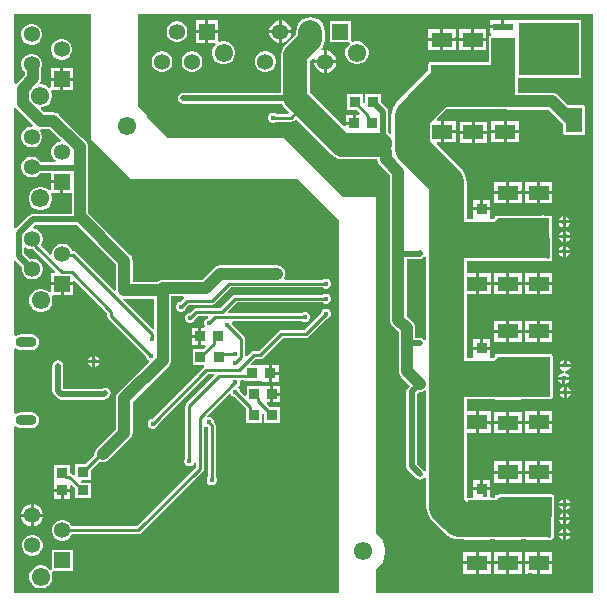
<source format=gbr>
%TF.GenerationSoftware,Altium Limited,Altium Designer,22.9.1 (49)*%
G04 Layer_Physical_Order=4*
G04 Layer_Color=16711680*
%FSLAX45Y45*%
%MOMM*%
%TF.SameCoordinates,29712687-7F25-45B9-B314-6CDD0CF2420B*%
%TF.FilePolarity,Positive*%
%TF.FileFunction,Copper,L4,Bot,Signal*%
%TF.Part,Single*%
G01*
G75*
%TA.AperFunction,Conductor*%
%ADD10C,0.25400*%
%TA.AperFunction,SMDPad,CuDef*%
%ADD11R,1.80000X1.30000*%
%ADD12R,0.95000X0.95000*%
%ADD14R,0.90000X0.90000*%
%ADD20R,0.95000X0.95000*%
%ADD23R,1.75000X0.60000*%
%ADD30R,0.90000X0.90000*%
%TA.AperFunction,Conductor*%
%ADD37C,0.50000*%
%ADD38C,1.00000*%
%TA.AperFunction,ComponentPad*%
%ADD40O,1.80000X0.90000*%
%ADD41R,1.35800X1.35800*%
%ADD42C,1.35800*%
%ADD43C,1.55000*%
%ADD44R,1.35800X1.35800*%
%TA.AperFunction,WasherPad*%
%ADD45C,1.55000*%
%TA.AperFunction,ViaPad*%
%ADD46C,0.45000*%
%TA.AperFunction,SMDPad,CuDef*%
%ADD47R,5.10000X4.50000*%
%TA.AperFunction,Conductor*%
%ADD48C,2.00000*%
%ADD49C,3.00000*%
%ADD50R,1.45000X2.15000*%
%ADD51R,2.00000X3.10000*%
%ADD52R,7.23302X3.60000*%
G36*
X4472576Y8144979D02*
X4607378Y8010177D01*
X4601165Y7995177D01*
X4584429D01*
X4562073Y7989186D01*
X4542029Y7977614D01*
X4525664Y7961249D01*
X4514091Y7941205D01*
X4508101Y7918849D01*
Y7895705D01*
X4514091Y7873349D01*
X4525664Y7853305D01*
X4542029Y7836939D01*
X4562073Y7825367D01*
X4584429Y7819377D01*
X4607573D01*
X4629929Y7825367D01*
X4649973Y7836939D01*
X4666338Y7853305D01*
X4677911Y7873349D01*
X4683901Y7895705D01*
Y7918849D01*
X4677911Y7941205D01*
X4666982Y7960134D01*
X4669724Y7968683D01*
X4674227Y7974573D01*
X4750875D01*
X4843947Y7881500D01*
X4843537Y7880510D01*
X4836559Y7867676D01*
X4816073Y7862186D01*
X4796029Y7850614D01*
X4779664Y7834249D01*
X4768091Y7814205D01*
X4762101Y7791849D01*
Y7768705D01*
X4768091Y7746349D01*
X4779664Y7726305D01*
X4796029Y7709939D01*
X4799111Y7708160D01*
X4795092Y7693160D01*
X4674472D01*
X4666338Y7707249D01*
X4649973Y7723614D01*
X4629929Y7735186D01*
X4607573Y7741177D01*
X4584429D01*
X4562073Y7735186D01*
X4542029Y7723614D01*
X4525664Y7707249D01*
X4514091Y7687205D01*
X4508101Y7664849D01*
Y7641705D01*
X4514091Y7619349D01*
X4525664Y7599305D01*
X4542029Y7582939D01*
X4562073Y7571367D01*
X4584429Y7565377D01*
X4607573D01*
X4629929Y7571367D01*
X4649973Y7582939D01*
X4666338Y7599305D01*
X4667546Y7601397D01*
X4756701D01*
Y7538977D01*
X4850001D01*
Y7526277D01*
X4862701D01*
Y7432977D01*
X4934048D01*
Y7254938D01*
X4605841D01*
X4588283Y7251445D01*
X4573398Y7241500D01*
X4465000Y7133102D01*
X4450000Y7139315D01*
Y8149760D01*
X4465000Y8154852D01*
X4472576Y8144979D01*
D02*
G37*
G36*
X5100000Y7889999D02*
X5439999Y7550000D01*
X6850000D01*
X7200000Y7200000D01*
Y4050000D01*
X4450000D01*
Y5451366D01*
X4465000Y5458763D01*
X4472220Y5453223D01*
X4488032Y5446673D01*
X4505000Y5444439D01*
X4595000D01*
X4611968Y5446673D01*
X4627780Y5453223D01*
X4641358Y5463642D01*
X4651777Y5477219D01*
X4658327Y5493031D01*
X4660561Y5510000D01*
X4658327Y5526968D01*
X4651777Y5542780D01*
X4641358Y5556358D01*
X4627780Y5566777D01*
X4611968Y5573327D01*
X4595000Y5575561D01*
X4505000D01*
X4488032Y5573327D01*
X4472220Y5566777D01*
X4465000Y5561237D01*
X4450000Y5568634D01*
Y6111366D01*
X4465000Y6118763D01*
X4472220Y6113223D01*
X4488032Y6106673D01*
X4505000Y6104439D01*
X4595000D01*
X4611968Y6106673D01*
X4627780Y6113223D01*
X4641358Y6123642D01*
X4651777Y6137220D01*
X4658327Y6153032D01*
X4660561Y6170000D01*
X4658327Y6186969D01*
X4651777Y6202781D01*
X4641358Y6216358D01*
X4627780Y6226777D01*
X4611968Y6233327D01*
X4595000Y6235561D01*
X4505000D01*
X4488032Y6233327D01*
X4472220Y6226777D01*
X4465000Y6221237D01*
X4450000Y6228634D01*
Y6853451D01*
X4465000Y6859664D01*
X4514521Y6810144D01*
X4512104Y6801124D01*
Y6777979D01*
X4518094Y6755624D01*
X4529667Y6735580D01*
X4546032Y6719214D01*
X4566076Y6707642D01*
X4588432Y6701652D01*
X4611576D01*
X4633932Y6707642D01*
X4653976Y6719214D01*
X4670341Y6735580D01*
X4681914Y6755624D01*
X4687904Y6777979D01*
Y6801124D01*
X4681914Y6823480D01*
X4670341Y6843524D01*
X4653976Y6859889D01*
X4633932Y6871461D01*
X4611576Y6877452D01*
X4588432D01*
X4579404Y6875033D01*
X4532982Y6921456D01*
Y6967457D01*
X4547982Y6972089D01*
X4566076Y6961642D01*
X4588432Y6955652D01*
X4610553D01*
X4610817Y6955258D01*
X4796365Y6769710D01*
X4790624Y6755852D01*
X4760704D01*
Y6675252D01*
X4854004D01*
X4947304D01*
Y6684547D01*
X4961162Y6690288D01*
X5236680Y6414769D01*
Y6389979D01*
X5239218Y6377220D01*
X5246446Y6366404D01*
X5565844Y6047006D01*
Y6043203D01*
X5572314Y6027582D01*
X5584270Y6015627D01*
X5585240Y6015225D01*
X5588166Y6000513D01*
X5330485Y5742833D01*
X5319265Y5728210D01*
X5312212Y5711182D01*
X5309806Y5692908D01*
Y5433713D01*
X5147507Y5271415D01*
X5136287Y5256792D01*
X5129234Y5239764D01*
X5126828Y5221490D01*
X5127570Y5215851D01*
X5048205Y5136486D01*
X4960356D01*
Y5048239D01*
X4946498Y5042498D01*
X4933731Y5055265D01*
X4922914Y5062493D01*
X4917427Y5063584D01*
Y5128990D01*
X4787427D01*
Y4998991D01*
X4787427D01*
X4786455Y4984393D01*
X4782027D01*
Y4926693D01*
X4922827D01*
Y4952270D01*
X4936685Y4958010D01*
X4960356Y4934339D01*
Y4846490D01*
X5095356D01*
Y4981490D01*
X5014829D01*
X5011091Y4986486D01*
X5018601Y5001486D01*
X5095356D01*
Y5089335D01*
X5165125Y5159105D01*
X5179158Y5153292D01*
X5197432Y5150886D01*
X5215705Y5153292D01*
X5232734Y5160346D01*
X5247356Y5171566D01*
X5430334Y5354544D01*
X5441555Y5369166D01*
X5448608Y5386195D01*
X5451014Y5404468D01*
Y5663663D01*
X5754924Y5967574D01*
X5766145Y5982196D01*
X5773198Y5999225D01*
X5775604Y6017498D01*
Y6556896D01*
X5879362D01*
X5883652Y6548804D01*
X5884746Y6541896D01*
X5855349Y6512500D01*
X5851546D01*
X5835926Y6506030D01*
X5823970Y6494074D01*
X5817500Y6478454D01*
Y6461546D01*
X5823970Y6445926D01*
X5835926Y6433970D01*
X5851546Y6427500D01*
X5868454D01*
X5884074Y6433970D01*
X5896030Y6445926D01*
X5902500Y6461546D01*
Y6465349D01*
X5923810Y6486659D01*
X6120000D01*
X6132759Y6489197D01*
X6143575Y6496425D01*
X6279810Y6632659D01*
X7060737D01*
X7063426Y6629970D01*
X7079047Y6623500D01*
X7095954D01*
X7111574Y6629970D01*
X7123530Y6641926D01*
X7130000Y6657546D01*
Y6674454D01*
X7123530Y6690074D01*
X7111574Y6702030D01*
X7095954Y6708500D01*
X7079047D01*
X7063426Y6702030D01*
X7060737Y6699340D01*
X6738268D01*
X6730870Y6714340D01*
X6731145Y6714698D01*
X6738198Y6731726D01*
X6740604Y6750000D01*
X6738198Y6768273D01*
X6731145Y6785302D01*
X6719925Y6799924D01*
X6705302Y6811145D01*
X6688274Y6818198D01*
X6670000Y6820604D01*
X6190000D01*
X6171727Y6818198D01*
X6154698Y6811145D01*
X6140076Y6799924D01*
X6130076Y6789924D01*
X6127390Y6786425D01*
X6039069Y6698104D01*
X5705000D01*
X5686726Y6695698D01*
X5669698Y6688645D01*
X5659219Y6680604D01*
X5450604D01*
Y6860000D01*
X5448198Y6878274D01*
X5441145Y6895302D01*
X5429924Y6909925D01*
X5075256Y7264594D01*
Y7646252D01*
X5075391Y7647278D01*
Y7820510D01*
X5072985Y7838784D01*
X5065931Y7855812D01*
X5054711Y7870435D01*
X5025421Y7899724D01*
X4830044Y8095101D01*
X4815422Y8106322D01*
X4798393Y8113375D01*
X4780120Y8115781D01*
X4701472D01*
X4672609Y8144644D01*
X4678349Y8158502D01*
X4682837D01*
X4707634Y8165147D01*
X4729867Y8177983D01*
X4748020Y8196136D01*
X4760856Y8218368D01*
X4767500Y8243166D01*
Y8268838D01*
X4762446Y8287702D01*
X4770098Y8300569D01*
X4772942Y8302702D01*
X4837300D01*
Y8383302D01*
X4756700D01*
Y8328401D01*
X4741700Y8322188D01*
X4729867Y8334021D01*
X4707634Y8346857D01*
X4682837Y8353502D01*
X4675547D01*
X4668913Y8366955D01*
X4669268Y8367418D01*
X4676321Y8384446D01*
X4678727Y8402720D01*
Y8485563D01*
X4678148Y8489962D01*
X4683900Y8511430D01*
Y8534574D01*
X4677910Y8556930D01*
X4666338Y8576974D01*
X4649972Y8593339D01*
X4629929Y8604912D01*
X4607573Y8610902D01*
X4584428D01*
X4562072Y8604912D01*
X4542029Y8593339D01*
X4525663Y8576974D01*
X4514091Y8556930D01*
X4508100Y8534574D01*
Y8511430D01*
X4514091Y8489074D01*
X4525663Y8469030D01*
X4537519Y8457174D01*
Y8431965D01*
X4472576Y8367021D01*
X4465000Y8357148D01*
X4450000Y8362240D01*
Y8950000D01*
X5100000D01*
Y7889999D01*
D02*
G37*
G36*
X5309396Y6830755D02*
Y6610000D01*
X5309488Y6609302D01*
X5295281Y6602296D01*
X4967068Y6930509D01*
X4956251Y6937736D01*
X4943493Y6940274D01*
X4938648D01*
X4935914Y6950480D01*
X4924341Y6970524D01*
X4907976Y6986889D01*
X4887932Y6998461D01*
X4865576Y7004452D01*
X4842432D01*
X4820076Y6998461D01*
X4800032Y6986889D01*
X4783667Y6970524D01*
X4772094Y6950480D01*
X4766104Y6928124D01*
Y6915485D01*
X4751104Y6909271D01*
X4670508Y6989868D01*
X4681914Y7009624D01*
X4687904Y7031979D01*
Y7055124D01*
X4681914Y7077480D01*
X4670341Y7097524D01*
X4653976Y7113889D01*
X4633932Y7125461D01*
X4613753Y7130868D01*
X4606422Y7144751D01*
X4624846Y7163175D01*
X4976976D01*
X5309396Y6830755D01*
D02*
G37*
G36*
X5380000Y6539396D02*
X5634396D01*
Y6282779D01*
X5620538Y6277038D01*
X5372296Y6525281D01*
X5379302Y6539488D01*
X5380000Y6539396D01*
D02*
G37*
G36*
X9350000Y4050000D02*
X7510000D01*
Y4244989D01*
X7521118Y4252418D01*
X7547582Y4278882D01*
X7568376Y4310002D01*
X7582698Y4344579D01*
X7590000Y4381287D01*
Y4418714D01*
X7582698Y4455421D01*
X7568376Y4489999D01*
X7547582Y4521118D01*
X7521118Y4547582D01*
X7510000Y4555011D01*
Y7400000D01*
X7230000D01*
X6730000Y7900000D01*
X5750000D01*
X5574297Y8075703D01*
X5568376Y8089999D01*
X5547583Y8121118D01*
X5521118Y8147582D01*
X5500000Y8161693D01*
Y8950000D01*
X9350000D01*
Y4050000D01*
D02*
G37*
%LPC*%
G36*
X4837301Y7513577D02*
X4756701D01*
Y7458676D01*
X4741701Y7452463D01*
X4729867Y7464296D01*
X4707635Y7477132D01*
X4682837Y7483777D01*
X4657165D01*
X4632367Y7477132D01*
X4610135Y7464296D01*
X4591982Y7446143D01*
X4579146Y7423910D01*
X4572501Y7399113D01*
Y7373441D01*
X4579146Y7348643D01*
X4591982Y7326411D01*
X4610135Y7308257D01*
X4632367Y7295422D01*
X4657165Y7288777D01*
X4682837D01*
X4707635Y7295422D01*
X4729867Y7308257D01*
X4748020Y7326411D01*
X4760856Y7348643D01*
X4767501Y7373441D01*
Y7399113D01*
X4762446Y7417977D01*
X4770099Y7430843D01*
X4772942Y7432977D01*
X4837301D01*
Y7513577D01*
D02*
G37*
G36*
X4607573Y8864902D02*
X4584428D01*
X4562072Y8858912D01*
X4542029Y8847339D01*
X4525663Y8830974D01*
X4514091Y8810930D01*
X4508100Y8788574D01*
Y8765430D01*
X4514091Y8743074D01*
X4525663Y8723030D01*
X4542029Y8706665D01*
X4562072Y8695092D01*
X4584428Y8689102D01*
X4607573D01*
X4629929Y8695092D01*
X4649972Y8706665D01*
X4666338Y8723030D01*
X4677910Y8743074D01*
X4683900Y8765430D01*
Y8788574D01*
X4677910Y8810930D01*
X4666338Y8830974D01*
X4649972Y8847339D01*
X4629929Y8858912D01*
X4607573Y8864902D01*
D02*
G37*
G36*
X4861573Y8737902D02*
X4838428D01*
X4816072Y8731912D01*
X4796029Y8720339D01*
X4779663Y8703974D01*
X4768091Y8683930D01*
X4762100Y8661574D01*
Y8638430D01*
X4768091Y8616074D01*
X4779663Y8596030D01*
X4796029Y8579665D01*
X4816072Y8568092D01*
X4838428Y8562102D01*
X4861573D01*
X4883929Y8568092D01*
X4903972Y8579665D01*
X4920338Y8596030D01*
X4931910Y8616074D01*
X4937900Y8638430D01*
Y8661574D01*
X4931910Y8683930D01*
X4920338Y8703974D01*
X4903972Y8720339D01*
X4883929Y8731912D01*
X4861573Y8737902D01*
D02*
G37*
G36*
X4943301Y8489302D02*
X4862700D01*
Y8408702D01*
X4943301D01*
Y8489302D01*
D02*
G37*
G36*
X4837300D02*
X4756700D01*
Y8408702D01*
X4837300D01*
Y8489302D01*
D02*
G37*
G36*
X4943301Y8383302D02*
X4862700D01*
Y8302702D01*
X4943301D01*
Y8383302D01*
D02*
G37*
G36*
X4841304Y6649852D02*
X4760704D01*
Y6594951D01*
X4745704Y6588737D01*
X4733870Y6600571D01*
X4711638Y6613407D01*
X4686840Y6620052D01*
X4661168D01*
X4636370Y6613407D01*
X4614138Y6600571D01*
X4595985Y6582418D01*
X4583149Y6560185D01*
X4576504Y6535388D01*
Y6509715D01*
X4583149Y6484918D01*
X4595985Y6462685D01*
X4614138Y6444532D01*
X4636370Y6431696D01*
X4661168Y6425052D01*
X4686840D01*
X4711638Y6431696D01*
X4733870Y6444532D01*
X4752024Y6462685D01*
X4764859Y6484918D01*
X4771504Y6509715D01*
Y6535388D01*
X4766449Y6554251D01*
X4774102Y6567118D01*
X4776945Y6569252D01*
X4841304D01*
Y6649852D01*
D02*
G37*
G36*
X4947304D02*
X4866704D01*
Y6569252D01*
X4947304D01*
Y6649852D01*
D02*
G37*
G36*
X7095954Y6581500D02*
X7079047D01*
X7063426Y6575030D01*
X7060737Y6572340D01*
X6318999D01*
X6306240Y6569803D01*
X6295423Y6562575D01*
X6191589Y6458740D01*
X5990397D01*
X5977639Y6456202D01*
X5966822Y6448975D01*
X5932848Y6415001D01*
X5929045D01*
X5913424Y6408530D01*
X5901469Y6396575D01*
X5894999Y6380954D01*
Y6364047D01*
X5901469Y6348427D01*
X5913424Y6336471D01*
X5929045Y6330001D01*
X5945952D01*
X5961573Y6336471D01*
X5973528Y6348427D01*
X5979998Y6364047D01*
Y6367850D01*
X6004207Y6392059D01*
X6083613D01*
X6086273Y6389965D01*
X6092276Y6377059D01*
X6088440Y6371213D01*
X6075926Y6366030D01*
X6063970Y6354074D01*
X6057500Y6338454D01*
Y6321546D01*
X6063970Y6305926D01*
X6064496Y6305400D01*
X6058283Y6290400D01*
X6032703D01*
Y6220000D01*
Y6149600D01*
X6063279D01*
X6069019Y6135742D01*
X6045349Y6112071D01*
X5957499D01*
Y5977071D01*
X6051908D01*
X6056458Y5962071D01*
X6051825Y5958975D01*
X5615349Y5522500D01*
X5611546D01*
X5595926Y5516030D01*
X5583970Y5504074D01*
X5577500Y5488454D01*
Y5471546D01*
X5583970Y5455926D01*
X5595926Y5443970D01*
X5611546Y5437500D01*
X5628454D01*
X5644074Y5443970D01*
X5656030Y5455926D01*
X5662500Y5471546D01*
Y5475349D01*
X6089210Y5902059D01*
X6135311D01*
X6141051Y5888201D01*
X5905426Y5652576D01*
X5898198Y5641760D01*
X5895660Y5629001D01*
Y5185764D01*
X5893970Y5184074D01*
X5887500Y5168454D01*
Y5151546D01*
X5893970Y5135926D01*
X5905926Y5123970D01*
X5921546Y5117500D01*
X5938454D01*
X5954074Y5123970D01*
X5966030Y5135926D01*
X5972500Y5151546D01*
X5986659Y5149517D01*
Y5113810D01*
X5483190Y4610341D01*
X4936064D01*
X4935906Y4610928D01*
X4924334Y4630972D01*
X4907969Y4647337D01*
X4887925Y4658910D01*
X4865569Y4664900D01*
X4842424D01*
X4820069Y4658910D01*
X4800025Y4647337D01*
X4783659Y4630972D01*
X4772087Y4610928D01*
X4766097Y4588572D01*
Y4565428D01*
X4772087Y4543072D01*
X4783659Y4523028D01*
X4800025Y4506663D01*
X4820069Y4495090D01*
X4842424Y4489100D01*
X4865569D01*
X4887925Y4495090D01*
X4907969Y4506663D01*
X4924334Y4523028D01*
X4935906Y4543072D01*
X4936064Y4543659D01*
X5497000D01*
X5509759Y4546197D01*
X5520575Y4553425D01*
X6043575Y5076425D01*
X6050803Y5087241D01*
X6053340Y5100000D01*
Y5455375D01*
X6068340Y5461556D01*
X6075926Y5453970D01*
X6086659Y5449524D01*
Y5026766D01*
X6083970Y5024077D01*
X6077500Y5008456D01*
Y4991549D01*
X6083970Y4975928D01*
X6095926Y4963973D01*
X6111546Y4957503D01*
X6128454D01*
X6144074Y4963973D01*
X6156030Y4975928D01*
X6162500Y4991549D01*
Y5008456D01*
X6156030Y5024077D01*
X6153340Y5026766D01*
Y5465321D01*
X6150803Y5478080D01*
X6143575Y5488896D01*
X6142500Y5489971D01*
Y5498454D01*
X6136030Y5514074D01*
X6124074Y5526030D01*
X6108454Y5532500D01*
X6091546D01*
X6090381Y5532017D01*
X6081884Y5544733D01*
X6268305Y5731155D01*
X6283017Y5728228D01*
X6283970Y5725926D01*
X6295926Y5713970D01*
X6311546Y5707500D01*
X6315349D01*
X6407499Y5615350D01*
Y5485866D01*
X6542499D01*
Y5562635D01*
X6557499Y5570146D01*
X6562500Y5566403D01*
Y5485866D01*
X6697500D01*
Y5620866D01*
X6609650D01*
X6584775Y5645742D01*
X6590515Y5659600D01*
X6617300D01*
Y5730000D01*
Y5800400D01*
X6559600D01*
Y5795960D01*
X6544997Y5795000D01*
Y5795000D01*
X6414998D01*
Y5721751D01*
X6401140Y5716011D01*
X6362500Y5754651D01*
Y5758454D01*
X6356030Y5774074D01*
X6349903Y5780201D01*
X6345755Y5790000D01*
X6349903Y5799799D01*
X6356030Y5805926D01*
X6362500Y5821546D01*
Y5838454D01*
X6362113Y5839388D01*
X6370446Y5851860D01*
X6395003D01*
Y5837924D01*
X6529598D01*
X6530003Y5837924D01*
X6544599Y5836948D01*
Y5832524D01*
X6604799D01*
Y5905424D01*
Y5978324D01*
X6544599D01*
Y5973900D01*
X6530003Y5972924D01*
X6529598Y5972924D01*
X6455507D01*
X6449767Y5986782D01*
X6489644Y6026660D01*
X6530000D01*
X6542759Y6029197D01*
X6553575Y6036425D01*
X6723810Y6206659D01*
X6915500D01*
X6928259Y6209197D01*
X6939076Y6216425D01*
X7092151Y6369500D01*
X7095954D01*
X7111574Y6375970D01*
X7123530Y6387926D01*
X7130000Y6403546D01*
Y6420454D01*
X7123530Y6436074D01*
X7111574Y6448030D01*
X7095954Y6454500D01*
X7079047D01*
X7063426Y6448030D01*
X7051471Y6436074D01*
X7045000Y6420454D01*
Y6416651D01*
X6901690Y6273341D01*
X6710000D01*
X6697241Y6270803D01*
X6686425Y6263575D01*
X6516190Y6093341D01*
X6475834D01*
X6463075Y6090803D01*
X6452259Y6083575D01*
X6418340Y6049657D01*
X6403341Y6055870D01*
Y6197301D01*
X6400803Y6210060D01*
X6393575Y6220876D01*
X6292500Y6321952D01*
Y6325754D01*
X6290054Y6331659D01*
X6300077Y6346659D01*
X6883237D01*
X6885926Y6343970D01*
X6901546Y6337500D01*
X6918454D01*
X6934074Y6343970D01*
X6946030Y6355926D01*
X6952500Y6371546D01*
Y6388454D01*
X6946030Y6404074D01*
X6934074Y6416030D01*
X6918454Y6422500D01*
X6901546D01*
X6885926Y6416030D01*
X6883237Y6413340D01*
X6260088D01*
X6254348Y6427198D01*
X6332809Y6505659D01*
X7060737D01*
X7063426Y6502970D01*
X7079047Y6496500D01*
X7095954D01*
X7111574Y6502970D01*
X7123530Y6514926D01*
X7130000Y6530546D01*
Y6547454D01*
X7123530Y6563074D01*
X7111574Y6575030D01*
X7095954Y6581500D01*
D02*
G37*
G36*
X6007303Y6290400D02*
X5949603D01*
Y6232700D01*
X6007303D01*
Y6290400D01*
D02*
G37*
G36*
Y6207300D02*
X5949603D01*
Y6149600D01*
X6007303D01*
Y6207300D01*
D02*
G37*
G36*
X5135621Y6054084D02*
Y6020199D01*
X5169507D01*
X5163529Y6034632D01*
X5150054Y6048106D01*
X5135621Y6054084D01*
D02*
G37*
G36*
X5110221D02*
X5095788Y6048106D01*
X5082314Y6034632D01*
X5076335Y6020199D01*
X5110221D01*
Y6054084D01*
D02*
G37*
G36*
X5169507Y5994799D02*
X5135621D01*
Y5960913D01*
X5150054Y5966891D01*
X5163529Y5980365D01*
X5169507Y5994799D01*
D02*
G37*
G36*
X5110221D02*
X5076335D01*
X5082314Y5980365D01*
X5095788Y5966891D01*
X5110221Y5960913D01*
Y5994799D01*
D02*
G37*
G36*
X6690399Y5978324D02*
X6630199D01*
Y5918124D01*
X6690399D01*
Y5978324D01*
D02*
G37*
G36*
Y5892724D02*
X6630199D01*
Y5832524D01*
X6690399D01*
Y5892724D01*
D02*
G37*
G36*
X6700400Y5800400D02*
X6642700D01*
Y5742700D01*
X6700400D01*
Y5800400D01*
D02*
G37*
G36*
X4817500Y6015882D02*
X4799942Y6012389D01*
X4785057Y6002443D01*
X4775111Y5987558D01*
X4771619Y5970000D01*
Y5759293D01*
X4775111Y5741734D01*
X4785057Y5726849D01*
X4814346Y5697560D01*
X4829231Y5687614D01*
X4846790Y5684121D01*
X5210424D01*
X5227982Y5687614D01*
X5242867Y5697560D01*
X5250365Y5705058D01*
X5260311Y5719943D01*
X5263804Y5737502D01*
X5260311Y5755060D01*
X5250365Y5769945D01*
X5235480Y5779890D01*
X5217922Y5783383D01*
X5200364Y5779890D01*
X5194369Y5775885D01*
X4865794D01*
X4863382Y5778297D01*
Y5970000D01*
X4859889Y5987558D01*
X4849943Y6002443D01*
X4835058Y6012389D01*
X4817500Y6015882D01*
D02*
G37*
G36*
X6700400Y5717300D02*
X6642700D01*
Y5659600D01*
X6700400D01*
Y5717300D01*
D02*
G37*
G36*
X4922827Y4901293D02*
X4865127D01*
Y4843593D01*
X4922827D01*
Y4901293D01*
D02*
G37*
G36*
X4839727D02*
X4782027D01*
Y4843593D01*
X4839727D01*
Y4901293D01*
D02*
G37*
G36*
X4612697Y4797188D02*
Y4716699D01*
X4693185D01*
X4686939Y4740013D01*
X4674655Y4761288D01*
X4657284Y4778659D01*
X4636009Y4790942D01*
X4612697Y4797188D01*
D02*
G37*
G36*
X4587297D02*
X4563984Y4790942D01*
X4542709Y4778659D01*
X4525338Y4761288D01*
X4513055Y4740013D01*
X4506808Y4716699D01*
X4587297D01*
Y4797188D01*
D02*
G37*
G36*
X4693185Y4691299D02*
X4612697D01*
Y4610812D01*
X4636009Y4617058D01*
X4657284Y4629341D01*
X4674655Y4646712D01*
X4686939Y4667987D01*
X4693185Y4691299D01*
D02*
G37*
G36*
X4587297D02*
X4506808D01*
X4513055Y4667987D01*
X4525338Y4646712D01*
X4542709Y4629341D01*
X4563984Y4617058D01*
X4587297Y4610812D01*
Y4691299D01*
D02*
G37*
G36*
X4611569Y4537900D02*
X4588424D01*
X4566069Y4531910D01*
X4546025Y4520337D01*
X4529659Y4503972D01*
X4518087Y4483928D01*
X4512097Y4461572D01*
Y4438428D01*
X4518087Y4416072D01*
X4529659Y4396028D01*
X4546025Y4379663D01*
X4566069Y4368090D01*
X4588424Y4362100D01*
X4611569D01*
X4633925Y4368090D01*
X4653969Y4379663D01*
X4670334Y4396028D01*
X4681906Y4416072D01*
X4687897Y4438428D01*
Y4461572D01*
X4681906Y4483928D01*
X4670334Y4503972D01*
X4653969Y4520337D01*
X4633925Y4531910D01*
X4611569Y4537900D01*
D02*
G37*
G36*
X4941897Y4410900D02*
X4766097D01*
Y4248478D01*
X4755220Y4244143D01*
X4751097Y4243786D01*
X4733863Y4261019D01*
X4711630Y4273855D01*
X4686833Y4280500D01*
X4661161D01*
X4636363Y4273855D01*
X4614130Y4261019D01*
X4595977Y4242866D01*
X4583141Y4220634D01*
X4576497Y4195836D01*
Y4170164D01*
X4583141Y4145366D01*
X4595977Y4123134D01*
X4614130Y4104981D01*
X4636363Y4092145D01*
X4661161Y4085500D01*
X4686833D01*
X4711630Y4092145D01*
X4733863Y4104981D01*
X4752016Y4123134D01*
X4764852Y4145366D01*
X4771497Y4170164D01*
Y4195836D01*
X4764852Y4220633D01*
X4773821Y4235100D01*
X4941897D01*
Y4410900D01*
D02*
G37*
G36*
X8572302Y8895900D02*
X8472102D01*
Y8853200D01*
X8572302D01*
Y8895900D01*
D02*
G37*
G36*
X6173301Y8893302D02*
X6092701D01*
Y8812701D01*
X6173301D01*
Y8893302D01*
D02*
G37*
G36*
X6067301D02*
X5986701D01*
Y8812701D01*
X6067301D01*
Y8893302D01*
D02*
G37*
G36*
X6714699Y8893187D02*
Y8812698D01*
X6795188D01*
X6788941Y8836012D01*
X6776658Y8857287D01*
X6759287Y8874658D01*
X6738012Y8886941D01*
X6714699Y8893187D01*
D02*
G37*
G36*
X6689299Y8893187D02*
X6665987Y8886941D01*
X6644712Y8874658D01*
X6627341Y8857287D01*
X6615058Y8836012D01*
X6608811Y8812698D01*
X6689299D01*
Y8893187D01*
D02*
G37*
G36*
X8184548Y8821975D02*
X8081848D01*
Y8744275D01*
X8184548D01*
Y8821975D01*
D02*
G37*
G36*
X8444974D02*
X8342274D01*
Y8744275D01*
X8444974D01*
Y8821975D01*
D02*
G37*
G36*
X8316874D02*
X8214175D01*
Y8744275D01*
X8316874D01*
Y8821975D01*
D02*
G37*
G36*
X8056448D02*
X7953748D01*
Y8744275D01*
X8056448D01*
Y8821975D01*
D02*
G37*
G36*
X5837574Y8887902D02*
X5814429D01*
X5792073Y8881912D01*
X5772029Y8870339D01*
X5755664Y8853974D01*
X5744092Y8833930D01*
X5738101Y8811574D01*
Y8788430D01*
X5744092Y8766074D01*
X5755664Y8746030D01*
X5772029Y8729665D01*
X5792073Y8718092D01*
X5814429Y8712102D01*
X5837574D01*
X5859929Y8718092D01*
X5879973Y8729665D01*
X5896339Y8746030D01*
X5907911Y8766074D01*
X5913901Y8788430D01*
Y8811574D01*
X5907911Y8833930D01*
X5896339Y8853974D01*
X5879973Y8870339D01*
X5859929Y8881912D01*
X5837574Y8887902D01*
D02*
G37*
G36*
X6689299Y8787298D02*
X6608811D01*
X6615058Y8763986D01*
X6627341Y8742711D01*
X6644712Y8725340D01*
X6665987Y8713057D01*
X6689299Y8706811D01*
Y8787298D01*
D02*
G37*
G36*
X6795188D02*
X6714699D01*
Y8706810D01*
X6738012Y8713057D01*
X6759287Y8725340D01*
X6776658Y8742711D01*
X6788941Y8763986D01*
X6795188Y8787298D01*
D02*
G37*
G36*
X6067301Y8787301D02*
X5986701D01*
Y8706702D01*
X6067301D01*
Y8787301D01*
D02*
G37*
G36*
X8444974Y8718875D02*
X8342274D01*
Y8641175D01*
X8444974D01*
Y8718875D01*
D02*
G37*
G36*
X8316874D02*
X8214175D01*
Y8641175D01*
X8316874D01*
Y8718875D01*
D02*
G37*
G36*
X8184548D02*
X8081848D01*
Y8641175D01*
X8184548D01*
Y8718875D01*
D02*
G37*
G36*
X8056448D02*
X7953748D01*
Y8641175D01*
X8056448D01*
Y8718875D01*
D02*
G37*
G36*
X7095699Y8639187D02*
Y8558698D01*
X7176188D01*
X7169941Y8582012D01*
X7157658Y8603287D01*
X7140287Y8620658D01*
X7119012Y8632941D01*
X7095699Y8639187D01*
D02*
G37*
G36*
X6173301Y8787301D02*
X6092701D01*
Y8706702D01*
X6147602D01*
X6153815Y8691702D01*
X6141982Y8679868D01*
X6129146Y8657636D01*
X6122501Y8632838D01*
Y8607166D01*
X6129146Y8582368D01*
X6141982Y8560136D01*
X6160135Y8541983D01*
X6182368Y8529147D01*
X6207165Y8522502D01*
X6232837D01*
X6257635Y8529147D01*
X6279868Y8541983D01*
X6298021Y8560136D01*
X6310857Y8582368D01*
X6317501Y8607166D01*
Y8632838D01*
X6310857Y8657636D01*
X6298021Y8679868D01*
X6279868Y8698021D01*
X6257635Y8710857D01*
X6232837Y8717502D01*
X6207165D01*
X6188302Y8712447D01*
X6175435Y8720100D01*
X6173301Y8722943D01*
Y8787301D01*
D02*
G37*
G36*
X7297900Y8887899D02*
X7122100D01*
Y8712099D01*
X7284521D01*
X7288856Y8701222D01*
X7289214Y8697099D01*
X7271980Y8679865D01*
X7259144Y8657633D01*
X7252500Y8632835D01*
Y8607163D01*
X7259144Y8582365D01*
X7271980Y8560133D01*
X7290133Y8541980D01*
X7312366Y8529144D01*
X7337163Y8522499D01*
X7362836D01*
X7387633Y8529144D01*
X7409866Y8541980D01*
X7428019Y8560133D01*
X7440855Y8582365D01*
X7447499Y8607163D01*
Y8632835D01*
X7440855Y8657633D01*
X7428019Y8679865D01*
X7409866Y8698018D01*
X7387633Y8710854D01*
X7362836Y8717499D01*
X7337163D01*
X7312366Y8710854D01*
X7297900Y8719823D01*
Y8887899D01*
D02*
G37*
G36*
X5964574Y8633902D02*
X5941429D01*
X5919073Y8627912D01*
X5899029Y8616339D01*
X5882664Y8599974D01*
X5871092Y8579930D01*
X5865101Y8557574D01*
Y8534430D01*
X5871092Y8512074D01*
X5882664Y8492030D01*
X5899029Y8475665D01*
X5919073Y8464092D01*
X5941429Y8458102D01*
X5964574D01*
X5986929Y8464092D01*
X6006973Y8475665D01*
X6023339Y8492030D01*
X6034911Y8512074D01*
X6040901Y8534430D01*
Y8557574D01*
X6034911Y8579930D01*
X6023339Y8599974D01*
X6006973Y8616339D01*
X5986929Y8627912D01*
X5964574Y8633902D01*
D02*
G37*
G36*
X5710574D02*
X5687429D01*
X5665073Y8627912D01*
X5645029Y8616339D01*
X5628664Y8599974D01*
X5617092Y8579930D01*
X5611101Y8557574D01*
Y8534430D01*
X5617092Y8512074D01*
X5628664Y8492030D01*
X5645029Y8475665D01*
X5665073Y8464092D01*
X5687429Y8458102D01*
X5710574D01*
X5732929Y8464092D01*
X5752973Y8475665D01*
X5769339Y8492030D01*
X5780911Y8512074D01*
X5786901Y8534430D01*
Y8557574D01*
X5780911Y8579930D01*
X5769339Y8599974D01*
X5752973Y8616339D01*
X5732929Y8627912D01*
X5710574Y8633902D01*
D02*
G37*
G36*
X6586572Y8633899D02*
X6563427D01*
X6541071Y8627909D01*
X6521028Y8616336D01*
X6504662Y8599971D01*
X6493090Y8579927D01*
X6487100Y8557571D01*
Y8534427D01*
X6493090Y8512071D01*
X6504662Y8492027D01*
X6521028Y8475661D01*
X6541071Y8464089D01*
X6563427Y8458099D01*
X6586572D01*
X6608928Y8464089D01*
X6628972Y8475661D01*
X6645337Y8492027D01*
X6656909Y8512071D01*
X6662900Y8534427D01*
Y8557571D01*
X6656909Y8579927D01*
X6645337Y8599971D01*
X6628972Y8616336D01*
X6608928Y8627909D01*
X6586572Y8633899D01*
D02*
G37*
G36*
X7070299Y8533298D02*
X6989811D01*
X6996058Y8509986D01*
X7008341Y8488711D01*
X7025712Y8471340D01*
X7046987Y8459057D01*
X7070299Y8452811D01*
Y8533298D01*
D02*
G37*
G36*
X7176188D02*
X7095699D01*
Y8452810D01*
X7119012Y8459057D01*
X7140287Y8471340D01*
X7157658Y8488711D01*
X7169941Y8509986D01*
X7176188Y8533298D01*
D02*
G37*
G36*
X7315171Y8093763D02*
X7257470D01*
Y8036063D01*
X7315171D01*
Y8093763D01*
D02*
G37*
G36*
X8718700Y8041977D02*
X8616000D01*
Y7964277D01*
X8718700D01*
Y8041977D01*
D02*
G37*
G36*
X8590600D02*
X8487900D01*
Y7964277D01*
X8590600D01*
Y8041977D01*
D02*
G37*
G36*
X8188277D02*
X8085577D01*
Y7964277D01*
X8188277D01*
Y8041977D01*
D02*
G37*
G36*
X8448703Y8036968D02*
X8346003D01*
Y7959268D01*
X8448703D01*
Y8036968D01*
D02*
G37*
G36*
X8320603D02*
X8217903D01*
Y7959268D01*
X8320603D01*
Y8036968D01*
D02*
G37*
G36*
X6956000Y8921035D02*
X6924674Y8916911D01*
X6895483Y8904820D01*
X6870415Y8885585D01*
X6851180Y8860517D01*
X6839089Y8831326D01*
X6834965Y8800000D01*
Y8776135D01*
X6743415Y8684585D01*
X6724180Y8659518D01*
X6712089Y8630327D01*
X6707965Y8599000D01*
Y8279702D01*
X5877750D01*
X5860192Y8276209D01*
X5845307Y8266263D01*
X5835361Y8251378D01*
X5831869Y8233820D01*
X5835361Y8216262D01*
X5845307Y8201377D01*
X5860192Y8191431D01*
X5877750Y8187938D01*
X6718118D01*
X6724180Y8173302D01*
X6743415Y8148235D01*
X6773310Y8118341D01*
X6767096Y8103341D01*
X6666763D01*
X6664074Y8106030D01*
X6648454Y8112500D01*
X6631546D01*
X6615926Y8106030D01*
X6603970Y8094074D01*
X6597500Y8078454D01*
Y8061546D01*
X6603970Y8045926D01*
X6615926Y8033970D01*
X6631546Y8027500D01*
X6648454D01*
X6664074Y8033970D01*
X6666763Y8036660D01*
X6790000D01*
X6802759Y8039198D01*
X6813575Y8046425D01*
X6829400Y8062250D01*
X7137235Y7754415D01*
X7162302Y7735180D01*
X7191494Y7723088D01*
X7222820Y7718964D01*
X7522273D01*
Y7717123D01*
X7524679Y7698849D01*
X7531732Y7681821D01*
X7542952Y7667199D01*
X7629396Y7580755D01*
Y6920000D01*
Y6359997D01*
X7631802Y6341723D01*
X7638855Y6324695D01*
X7650076Y6310072D01*
X7702933Y6257215D01*
Y6160000D01*
X7704796Y6145845D01*
Y5924173D01*
X7707202Y5905900D01*
X7714256Y5888871D01*
X7725476Y5874249D01*
X7797633Y5802092D01*
X7780484Y5784943D01*
X7770538Y5770058D01*
X7767045Y5752500D01*
Y5117073D01*
X7770538Y5099515D01*
X7780484Y5084630D01*
X7847557Y5017557D01*
X7862442Y5007611D01*
X7880000Y5004119D01*
X7897558Y5007611D01*
X7912443Y5017557D01*
X7913296Y5018833D01*
X7933469Y5022024D01*
X7936280Y5019807D01*
Y4777965D01*
X7939562Y4744639D01*
X7949283Y4712594D01*
X7965069Y4683061D01*
X7986313Y4657175D01*
X8093056Y4550432D01*
X8118942Y4529188D01*
X8148475Y4513402D01*
X8180520Y4503681D01*
X8213846Y4500399D01*
X8257102D01*
Y4495005D01*
X8477101D01*
Y4499509D01*
X8517503D01*
Y4495005D01*
X8737502D01*
Y4499509D01*
X8777998D01*
Y4495005D01*
X8912143D01*
X8915047Y4493802D01*
X8931954D01*
X8934857Y4495005D01*
X8969924D01*
X8973145Y4494364D01*
X8976367Y4495005D01*
X8997998D01*
Y4500193D01*
X9002363Y4501061D01*
X9008088Y4504887D01*
X9008905Y4505412D01*
X9008931Y4505450D01*
X9008978Y4505481D01*
X9008979Y4505482D01*
X9009155Y4505658D01*
X9011271Y4508825D01*
X9013438Y4511951D01*
X9013476Y4512125D01*
X9013575Y4512273D01*
X9014318Y4516007D01*
X9015124Y4519727D01*
X9020958Y4859599D01*
X9020926Y4859774D01*
X9020961Y4859949D01*
X9020218Y4863686D01*
X9019540Y4867428D01*
X9019444Y4867578D01*
X9019409Y4867753D01*
X9017294Y4870918D01*
X9015234Y4874119D01*
X9015088Y4874220D01*
X9014989Y4874368D01*
X9011821Y4876485D01*
X9008695Y4878652D01*
X9008521Y4878690D01*
X9008373Y4878789D01*
X9004639Y4879531D01*
X9000919Y4880338D01*
X9000744Y4880306D01*
X9000569Y4880341D01*
X8567300D01*
X8561313Y4881532D01*
X8553509Y4879979D01*
X8546893Y4875559D01*
X8546893Y4875558D01*
X8546764Y4875430D01*
X8517503D01*
Y4851890D01*
X8492666D01*
X8480002Y4857530D01*
X8480002Y4866890D01*
Y4917730D01*
X8407101D01*
X8334202D01*
Y4866890D01*
X8334201Y4857530D01*
X8321538Y4851890D01*
X8296874D01*
X8296870Y4851889D01*
X8296867Y4851890D01*
X8293979Y4851889D01*
X8292925Y4851679D01*
X8283300Y4856836D01*
X8279992Y4859698D01*
X8277925Y4862824D01*
Y5401877D01*
X8354403D01*
Y5492277D01*
Y5582677D01*
X8277925D01*
Y5686881D01*
X8517499D01*
Y5682268D01*
X8737498D01*
Y5686881D01*
X8986479D01*
X8988469Y5687277D01*
X8998002D01*
Y5690919D01*
X9000898Y5692854D01*
X9005319Y5699469D01*
X9006871Y5707273D01*
Y6047702D01*
X9006870Y6047708D01*
X9006871Y6047715D01*
X9006111Y6051521D01*
X9005319Y6055505D01*
X9005315Y6055511D01*
X9005314Y6055517D01*
X9003242Y6058614D01*
X9000898Y6062121D01*
X9000893Y6062125D01*
X9000889Y6062130D01*
X8998000Y6064058D01*
X8997999Y6067701D01*
X8986479Y6068094D01*
X8986478Y6068094D01*
X8986466Y6068094D01*
X8983161Y6068091D01*
X8547409Y6067813D01*
X8547407Y6067813D01*
X8547406Y6067813D01*
X8547394D01*
X8546829Y6067700D01*
X8517499D01*
Y6046351D01*
X8504256Y6033109D01*
X8481953D01*
X8480003Y6047301D01*
X8480003Y6048109D01*
Y6107501D01*
X8407102D01*
X8334203D01*
Y6048109D01*
X8334202Y6047301D01*
X8332252Y6033109D01*
X8277925D01*
Y6574012D01*
X8354405D01*
Y6664412D01*
Y6754812D01*
X8277925D01*
Y6859059D01*
X8963803D01*
X8965253Y6858771D01*
X8966702Y6859059D01*
X8980310D01*
X8980346Y6859066D01*
X8980383Y6859059D01*
X8982123Y6859412D01*
X8997952D01*
Y6869856D01*
X8999149Y6871647D01*
X8999157Y6871684D01*
X8999177Y6871715D01*
X8999929Y6875566D01*
X9000702Y6879451D01*
X9000694Y6879488D01*
X9000701Y6879524D01*
X8999470Y7221312D01*
X8998690Y7225163D01*
X8997952Y7228870D01*
Y7239835D01*
X8987246D01*
X8986882Y7240078D01*
X8986845Y7240086D01*
X8986814Y7240106D01*
X8982963Y7240858D01*
X8979078Y7241630D01*
X8936133D01*
X8933454Y7242740D01*
X8916547D01*
X8913868Y7241630D01*
X8540368D01*
X8532564Y7240078D01*
X8532208Y7239840D01*
X8517527D01*
Y7227236D01*
X8500510Y7210219D01*
X8481888D01*
X8480005Y7224439D01*
X8480005Y7225219D01*
Y7284640D01*
X8407106D01*
X8334205D01*
Y7225219D01*
X8334205Y7224439D01*
X8332322Y7210219D01*
X8277925D01*
Y7521935D01*
X8274643Y7555260D01*
X8264922Y7587306D01*
X8249136Y7616838D01*
X8227892Y7642724D01*
X8023298Y7847319D01*
X8029038Y7861177D01*
X8060177D01*
Y7951577D01*
Y8041977D01*
X8029038D01*
X8023298Y8055835D01*
X8107071Y8139608D01*
X8623265D01*
X8624876Y8139396D01*
X8970756D01*
X9097108Y8013044D01*
Y7942500D01*
X9098660Y7934696D01*
X9103081Y7928081D01*
X9109696Y7923660D01*
X9117500Y7922108D01*
X9262500D01*
X9270304Y7923660D01*
X9276919Y7928081D01*
X9281340Y7934696D01*
X9282892Y7942500D01*
Y8157500D01*
X9281340Y8165304D01*
X9276919Y8171919D01*
X9270304Y8176340D01*
X9262500Y8177892D01*
X9131958D01*
X9049925Y8259924D01*
X9035303Y8271144D01*
X9018274Y8278198D01*
X9000001Y8280604D01*
X8713694D01*
Y8405000D01*
X9249999D01*
Y8895000D01*
X8712528D01*
X8697902Y8895901D01*
X8685371Y8895900D01*
X8597702D01*
Y8840500D01*
X8585002D01*
Y8827800D01*
X8472102D01*
Y8785101D01*
X8487058D01*
X8488535Y8770101D01*
X8482196Y8768840D01*
X8475581Y8764419D01*
X8471160Y8757804D01*
X8469608Y8750000D01*
Y8540392D01*
X7970000D01*
X7962196Y8538840D01*
X7955581Y8534419D01*
X7951160Y8527804D01*
X7949608Y8520000D01*
Y8465304D01*
X7692087Y8207783D01*
X7670843Y8181897D01*
X7655058Y8152364D01*
X7645337Y8120319D01*
X7642055Y8086993D01*
Y7937416D01*
X7628197Y7931676D01*
X7617797Y7942075D01*
X7613754Y7945177D01*
Y8117129D01*
X7610262Y8134687D01*
X7600316Y8149572D01*
X7552501Y8197386D01*
Y8267500D01*
X7417501D01*
Y8190731D01*
X7402501Y8183221D01*
X7397500Y8186963D01*
Y8267500D01*
X7262500D01*
Y8132500D01*
X7350350D01*
X7375229Y8107621D01*
X7369489Y8093763D01*
X7340571D01*
Y8023363D01*
X7327871D01*
Y8010663D01*
X7257470D01*
Y7996118D01*
X7243612Y7990378D01*
X6950036Y8283954D01*
Y8548866D01*
X6979557Y8578387D01*
X6993006Y8570623D01*
X6989811Y8558698D01*
X7070299D01*
Y8639187D01*
X7056768Y8635562D01*
X7047968Y8648733D01*
X7060820Y8665483D01*
X7072912Y8694674D01*
X7077036Y8726000D01*
Y8800000D01*
X7072912Y8831326D01*
X7060820Y8860517D01*
X7041585Y8885585D01*
X7016518Y8904820D01*
X6987327Y8916911D01*
X6956000Y8921035D01*
D02*
G37*
G36*
X8718700Y7938877D02*
X8616000D01*
Y7861177D01*
X8718700D01*
Y7938877D01*
D02*
G37*
G36*
X8590600D02*
X8487900D01*
Y7861177D01*
X8590600D01*
Y7938877D01*
D02*
G37*
G36*
X8188277D02*
X8085577D01*
Y7861177D01*
X8188277D01*
Y7938877D01*
D02*
G37*
G36*
X8448703Y7933868D02*
X8346003D01*
Y7856168D01*
X8448703D01*
Y7933868D01*
D02*
G37*
G36*
X8320603D02*
X8217903D01*
Y7856168D01*
X8320603D01*
Y7933868D01*
D02*
G37*
G36*
X8742926Y7525240D02*
X8640227D01*
Y7447540D01*
X8742926D01*
Y7525240D01*
D02*
G37*
G36*
X9003352D02*
X8900653D01*
Y7447540D01*
X9003352D01*
Y7525240D01*
D02*
G37*
G36*
X8614827D02*
X8512126D01*
Y7447540D01*
X8614827D01*
Y7525240D01*
D02*
G37*
G36*
X8875253D02*
X8772553D01*
Y7447540D01*
X8875253D01*
Y7525240D01*
D02*
G37*
G36*
X9003352Y7422140D02*
X8900653D01*
Y7344440D01*
X9003352D01*
Y7422140D01*
D02*
G37*
G36*
X8875253D02*
X8772553D01*
Y7344440D01*
X8875253D01*
Y7422140D01*
D02*
G37*
G36*
X8742926D02*
X8640227D01*
Y7344440D01*
X8742926D01*
Y7422140D01*
D02*
G37*
G36*
X8614827D02*
X8512126D01*
Y7344440D01*
X8614827D01*
Y7422140D01*
D02*
G37*
G36*
X8480005Y7370240D02*
X8419806D01*
Y7310040D01*
X8480005D01*
Y7370240D01*
D02*
G37*
G36*
X8394406D02*
X8334205D01*
Y7310040D01*
X8394406D01*
Y7370240D01*
D02*
G37*
G36*
X9117301Y7234750D02*
Y7200864D01*
X9151186D01*
X9145208Y7215297D01*
X9131734Y7228772D01*
X9117301Y7234750D01*
D02*
G37*
G36*
X9091901D02*
X9077467Y7228772D01*
X9063993Y7215297D01*
X9058015Y7200864D01*
X9091901D01*
Y7234750D01*
D02*
G37*
G36*
X9151186Y7175464D02*
X9117301D01*
Y7141579D01*
X9131734Y7147557D01*
X9145208Y7161031D01*
X9151186Y7175464D01*
D02*
G37*
G36*
X9091901D02*
X9058015D01*
X9063993Y7161031D01*
X9077467Y7147557D01*
X9091901Y7141579D01*
Y7175464D01*
D02*
G37*
G36*
X9122298Y7110997D02*
Y7077111D01*
X9156184D01*
X9150205Y7091544D01*
X9136731Y7105019D01*
X9122298Y7110997D01*
D02*
G37*
G36*
X9096898D02*
X9082465Y7105019D01*
X9068990Y7091544D01*
X9063012Y7077111D01*
X9096898D01*
Y7110997D01*
D02*
G37*
G36*
X9156184Y7051711D02*
X9122298D01*
Y7017825D01*
X9136731Y7023804D01*
X9150205Y7037278D01*
X9156184Y7051711D01*
D02*
G37*
G36*
X9096898D02*
X9063012D01*
X9068990Y7037278D01*
X9082465Y7023804D01*
X9096898Y7017825D01*
Y7051711D01*
D02*
G37*
G36*
X9117301Y6984751D02*
Y6950865D01*
X9151186D01*
X9145208Y6965298D01*
X9131734Y6978772D01*
X9117301Y6984751D01*
D02*
G37*
G36*
X9091901D02*
X9077467Y6978772D01*
X9063993Y6965298D01*
X9058015Y6950865D01*
X9091901D01*
Y6984751D01*
D02*
G37*
G36*
X9151186Y6925465D02*
X9117301D01*
Y6891579D01*
X9131734Y6897557D01*
X9145208Y6911032D01*
X9151186Y6925465D01*
D02*
G37*
G36*
X9091901D02*
X9058015D01*
X9063993Y6911032D01*
X9077467Y6897557D01*
X9091901Y6891579D01*
Y6925465D01*
D02*
G37*
G36*
X9003352Y6754812D02*
X8900653D01*
Y6677112D01*
X9003352D01*
Y6754812D01*
D02*
G37*
G36*
X8875253D02*
X8772553D01*
Y6677112D01*
X8875253D01*
Y6754812D01*
D02*
G37*
G36*
X8742926D02*
X8640226D01*
Y6677112D01*
X8742926D01*
Y6754812D01*
D02*
G37*
G36*
X8614826D02*
X8512126D01*
Y6677112D01*
X8614826D01*
Y6754812D01*
D02*
G37*
G36*
X8482505D02*
X8379805D01*
Y6677112D01*
X8482505D01*
Y6754812D01*
D02*
G37*
G36*
X9003352Y6651712D02*
X8900653D01*
Y6574012D01*
X9003352D01*
Y6651712D01*
D02*
G37*
G36*
X8875253D02*
X8772553D01*
Y6574012D01*
X8875253D01*
Y6651712D01*
D02*
G37*
G36*
X8742926D02*
X8640226D01*
Y6574012D01*
X8742926D01*
Y6651712D01*
D02*
G37*
G36*
X8614826D02*
X8512126D01*
Y6574012D01*
X8614826D01*
Y6651712D01*
D02*
G37*
G36*
X8482505D02*
X8379805D01*
Y6574012D01*
X8482505D01*
Y6651712D01*
D02*
G37*
G36*
X9003396Y6353100D02*
X8900695D01*
Y6275400D01*
X9003396D01*
Y6353100D01*
D02*
G37*
G36*
X8742898D02*
X8640198D01*
Y6275400D01*
X8742898D01*
Y6353100D01*
D02*
G37*
G36*
X8875295D02*
X8772596D01*
Y6275400D01*
X8875295D01*
Y6353100D01*
D02*
G37*
G36*
X8614798D02*
X8512099D01*
Y6275400D01*
X8614798D01*
Y6353100D01*
D02*
G37*
G36*
X9003396Y6250000D02*
X8900695D01*
Y6172300D01*
X9003396D01*
Y6250000D01*
D02*
G37*
G36*
X8875295D02*
X8772596D01*
Y6172300D01*
X8875295D01*
Y6250000D01*
D02*
G37*
G36*
X8742898D02*
X8640198D01*
Y6172300D01*
X8742898D01*
Y6250000D01*
D02*
G37*
G36*
X8614798D02*
X8512099D01*
Y6172300D01*
X8614798D01*
Y6250000D01*
D02*
G37*
G36*
X8480003Y6193101D02*
X8419802D01*
Y6132901D01*
X8480003D01*
Y6193101D01*
D02*
G37*
G36*
X8394402D02*
X8334203D01*
Y6132901D01*
X8394402D01*
Y6193101D01*
D02*
G37*
G36*
X9124179Y6019287D02*
Y5985402D01*
X9158065D01*
X9152087Y5999835D01*
X9138612Y6013309D01*
X9124179Y6019287D01*
D02*
G37*
G36*
X9098779D02*
X9084346Y6013309D01*
X9070872Y5999835D01*
X9064893Y5985402D01*
X9098779D01*
Y6019287D01*
D02*
G37*
G36*
X9158065Y5960002D02*
X9064893D01*
X9070872Y5945568D01*
X9084346Y5932094D01*
X9097405Y5926685D01*
X9101951Y5924801D01*
X9101052Y5910174D01*
X9091953Y5910174D01*
X9074347Y5902882D01*
X9060873Y5889407D01*
X9054895Y5874974D01*
X9148066D01*
X9142088Y5889407D01*
X9128613Y5902882D01*
X9115554Y5908291D01*
X9111009Y5910174D01*
X9111907Y5924801D01*
X9121007Y5924802D01*
X9138612Y5932094D01*
X9152087Y5945568D01*
X9158065Y5960002D01*
D02*
G37*
G36*
X9148066Y5849574D02*
X9114180D01*
Y5815688D01*
X9128613Y5821667D01*
X9142088Y5835141D01*
X9148066Y5849574D01*
D02*
G37*
G36*
X9088780D02*
X9054895D01*
X9060873Y5835141D01*
X9074347Y5821667D01*
X9088780Y5815688D01*
Y5849574D01*
D02*
G37*
G36*
X9124179Y5794287D02*
Y5760401D01*
X9158065D01*
X9152087Y5774835D01*
X9138612Y5788309D01*
X9124179Y5794287D01*
D02*
G37*
G36*
X9098779D02*
X9084346Y5788309D01*
X9070872Y5774835D01*
X9064893Y5760401D01*
X9098779D01*
Y5794287D01*
D02*
G37*
G36*
X9158065Y5735001D02*
X9124179D01*
Y5701116D01*
X9138612Y5707094D01*
X9152087Y5720568D01*
X9158065Y5735001D01*
D02*
G37*
G36*
X9098779D02*
X9064893D01*
X9070872Y5720568D01*
X9084346Y5707094D01*
X9098779Y5701116D01*
Y5735001D01*
D02*
G37*
G36*
X9003402Y5582677D02*
X8900703D01*
Y5504977D01*
X9003402D01*
Y5582677D01*
D02*
G37*
G36*
X8875303D02*
X8772603D01*
Y5504977D01*
X8875303D01*
Y5582677D01*
D02*
G37*
G36*
X8482502D02*
X8379803D01*
Y5504977D01*
X8482502D01*
Y5582677D01*
D02*
G37*
G36*
X8742898Y5577668D02*
X8640198D01*
Y5499968D01*
X8742898D01*
Y5577668D01*
D02*
G37*
G36*
X8614798D02*
X8512099D01*
Y5499968D01*
X8614798D01*
Y5577668D01*
D02*
G37*
G36*
X9003402Y5479577D02*
X8900703D01*
Y5401877D01*
X9003402D01*
Y5479577D01*
D02*
G37*
G36*
X8875303D02*
X8772603D01*
Y5401877D01*
X8875303D01*
Y5479577D01*
D02*
G37*
G36*
X8482502D02*
X8379803D01*
Y5401877D01*
X8482502D01*
Y5479577D01*
D02*
G37*
G36*
X8742898Y5474568D02*
X8640198D01*
Y5396869D01*
X8742898D01*
Y5474568D01*
D02*
G37*
G36*
X8614798D02*
X8512099D01*
Y5396869D01*
X8614798D01*
Y5474568D01*
D02*
G37*
G36*
X9003398Y5160829D02*
X8900699D01*
Y5083129D01*
X9003398D01*
Y5160829D01*
D02*
G37*
G36*
X8742902D02*
X8640202D01*
Y5083129D01*
X8742902D01*
Y5160829D01*
D02*
G37*
G36*
X8614802D02*
X8512103D01*
Y5083129D01*
X8614802D01*
Y5160829D01*
D02*
G37*
G36*
X8875299D02*
X8772598D01*
Y5083129D01*
X8875299D01*
Y5160829D01*
D02*
G37*
G36*
X9003398Y5057729D02*
X8900699D01*
Y4980029D01*
X9003398D01*
Y5057729D01*
D02*
G37*
G36*
X8875299D02*
X8772598D01*
Y4980029D01*
X8875299D01*
Y5057729D01*
D02*
G37*
G36*
X8742902D02*
X8640202D01*
Y4980029D01*
X8742902D01*
Y5057729D01*
D02*
G37*
G36*
X8614802D02*
X8512103D01*
Y4980029D01*
X8614802D01*
Y5057729D01*
D02*
G37*
G36*
X8480002Y5003330D02*
X8419801D01*
Y4943130D01*
X8480002D01*
Y5003330D01*
D02*
G37*
G36*
X8394401D02*
X8334202D01*
Y4943130D01*
X8394401D01*
Y5003330D01*
D02*
G37*
G36*
X9121847Y4841160D02*
Y4807274D01*
X9155733D01*
X9149755Y4821707D01*
X9136280Y4835182D01*
X9121847Y4841160D01*
D02*
G37*
G36*
X9096447D02*
X9082014Y4835182D01*
X9068540Y4821707D01*
X9062562Y4807274D01*
X9096447D01*
Y4841160D01*
D02*
G37*
G36*
X9155733Y4781874D02*
X9121847D01*
Y4747988D01*
X9136280Y4753967D01*
X9149755Y4767441D01*
X9155733Y4781874D01*
D02*
G37*
G36*
X9096447D02*
X9062562D01*
X9068540Y4767441D01*
X9082014Y4753967D01*
X9096447Y4747988D01*
Y4781874D01*
D02*
G37*
G36*
X9121262Y4720312D02*
Y4686426D01*
X9155148D01*
X9149169Y4700859D01*
X9135695Y4714333D01*
X9121262Y4720312D01*
D02*
G37*
G36*
X9095862D02*
X9081429Y4714333D01*
X9067954Y4700859D01*
X9061976Y4686426D01*
X9095862D01*
Y4720312D01*
D02*
G37*
G36*
X9155148Y4661026D02*
X9121262D01*
Y4627140D01*
X9135695Y4633118D01*
X9149169Y4646593D01*
X9155148Y4661026D01*
D02*
G37*
G36*
X9095862D02*
X9061976D01*
X9067954Y4646593D01*
X9081429Y4633118D01*
X9095862Y4627140D01*
Y4661026D01*
D02*
G37*
G36*
X9121847Y4591160D02*
Y4557274D01*
X9155733D01*
X9149755Y4571707D01*
X9136280Y4585182D01*
X9121847Y4591160D01*
D02*
G37*
G36*
X9096447D02*
X9082014Y4585182D01*
X9068540Y4571707D01*
X9062562Y4557274D01*
X9096447D01*
Y4591160D01*
D02*
G37*
G36*
X9155733Y4531874D02*
X9121847D01*
Y4497988D01*
X9136280Y4503967D01*
X9149755Y4517441D01*
X9155733Y4531874D01*
D02*
G37*
G36*
X9096447D02*
X9062562D01*
X9068540Y4517441D01*
X9082014Y4503967D01*
X9096447Y4497988D01*
Y4531874D01*
D02*
G37*
G36*
X9003398Y4390400D02*
X8900698D01*
Y4312700D01*
X9003398D01*
Y4390400D01*
D02*
G37*
G36*
X8875298D02*
X8772598D01*
Y4312700D01*
X8875298D01*
Y4390400D01*
D02*
G37*
G36*
X8742902D02*
X8640202D01*
Y4312700D01*
X8742902D01*
Y4390400D01*
D02*
G37*
G36*
X8614802D02*
X8512103D01*
Y4312700D01*
X8614802D01*
Y4390400D01*
D02*
G37*
G36*
X8482501D02*
X8379802D01*
Y4312700D01*
X8482501D01*
Y4390400D01*
D02*
G37*
G36*
X8354402D02*
X8251702D01*
Y4312700D01*
X8354402D01*
Y4390400D01*
D02*
G37*
G36*
X9003398Y4287300D02*
X8900698D01*
Y4209600D01*
X9003398D01*
Y4287300D01*
D02*
G37*
G36*
X8875298D02*
X8772598D01*
Y4209600D01*
X8875298D01*
Y4287300D01*
D02*
G37*
G36*
X8742902D02*
X8640202D01*
Y4209600D01*
X8742902D01*
Y4287300D01*
D02*
G37*
G36*
X8614802D02*
X8512103D01*
Y4209600D01*
X8614802D01*
Y4287300D01*
D02*
G37*
G36*
X8482501D02*
X8379802D01*
Y4209600D01*
X8482501D01*
Y4287300D01*
D02*
G37*
G36*
X8354402D02*
X8251702D01*
Y4209600D01*
X8354402D01*
Y4287300D01*
D02*
G37*
%LPD*%
G36*
X8980310Y6879451D02*
X8225000D01*
Y7189827D01*
X8508957D01*
X8540368Y7221239D01*
X8979078D01*
X8980310Y6879451D01*
D02*
G37*
G36*
X7936280Y6890230D02*
Y6190193D01*
X7933469Y6187975D01*
X7913296Y6191167D01*
X7912443Y6192443D01*
X7897558Y6202389D01*
X7880000Y6205882D01*
X7844141D01*
Y6286460D01*
X7841735Y6304734D01*
X7834681Y6321762D01*
X7823461Y6336385D01*
X7770604Y6389242D01*
Y6874118D01*
X7879576D01*
X7897135Y6877611D01*
X7912019Y6887557D01*
X7912443Y6887980D01*
X7913296Y6889257D01*
X7933469Y6892448D01*
X7936280Y6890230D01*
D02*
G37*
G36*
Y5755619D02*
Y5080193D01*
X7933469Y5077975D01*
X7913296Y5081167D01*
X7912443Y5082443D01*
X7858808Y5136078D01*
Y5733495D01*
X7874948Y5749635D01*
X7880000Y5748969D01*
X7898274Y5751375D01*
X7915302Y5758429D01*
X7921280Y5763016D01*
X7936280Y5755619D01*
D02*
G37*
G36*
X8986479Y5707273D02*
X8225000D01*
Y6012717D01*
X8512703D01*
X8547407Y6047421D01*
X8986479Y6047702D01*
Y5707273D01*
D02*
G37*
G36*
X8562504Y4859949D02*
X9000569D01*
X8994735Y4520077D01*
X8994559Y4519901D01*
X8293992D01*
X8293986Y4831497D01*
X8296874Y4831498D01*
X8531671D01*
X8561313Y4861140D01*
X8562504Y4859949D01*
D02*
G37*
D10*
X6351234Y5935400D02*
X6475834Y6060000D01*
X6075400Y5935400D02*
X6351234D01*
X6530000Y6060000D02*
X6710000Y6240000D01*
X6475834Y6060000D02*
X6530000D01*
X6710000Y6240000D02*
X6915500D01*
X6318189Y5992870D02*
X6370000Y6044681D01*
X6317732Y5992870D02*
X6318189D01*
X5910000Y6520000D02*
X6120000D01*
X5860000Y6470000D02*
X5910000Y6520000D01*
X6120000D02*
X6266000Y6666000D01*
X5612500Y6194032D02*
Y6237926D01*
X4863622Y6906934D02*
X4943493D01*
X5612500Y6237926D01*
X4854004Y6916552D02*
X4863622Y6906934D01*
X5990397Y6425400D02*
X6205399D01*
X5937498Y6372501D02*
X5990397Y6425400D01*
X6185200Y5885200D02*
X6455200D01*
X5929001Y5629001D02*
X6185200Y5885200D01*
X5929001Y5160999D02*
Y5629001D01*
X5620000Y5480000D02*
X6075400Y5935400D01*
X6020000Y5530000D02*
X6320000Y5830000D01*
X6020000Y5100000D02*
Y5530000D01*
X5497000Y4577000D02*
X6020000Y5100000D01*
X4854000Y4577000D02*
X5497000D01*
X6120000Y5000002D02*
Y5465321D01*
X6100000Y5485321D02*
Y5490000D01*
Y5485321D02*
X6120000Y5465321D01*
X5929001Y5160999D02*
X5930000Y5160000D01*
X6318999Y6539000D02*
X7087500D01*
X6205399Y6425400D02*
X6318999Y6539000D01*
X6266000Y6666000D02*
X7087500D01*
X6150000Y6380000D02*
X6910000D01*
X6100000Y6330000D02*
X6150000Y6380000D01*
X6915500Y6240000D02*
X7087500Y6412000D01*
X4935449Y6763152D02*
X5270021Y6428579D01*
Y6389979D02*
Y6428579D01*
Y6389979D02*
X5608344Y6051656D01*
X4850073Y6763152D02*
X4935449D01*
X4634392Y6978833D02*
X4850073Y6763152D01*
X4600004Y7013677D02*
Y7043552D01*
Y7013677D02*
X4634392Y6979290D01*
Y6978833D02*
Y6979290D01*
X6790000Y8070000D02*
X6870000Y8150000D01*
X6137700Y6157272D02*
Y6187700D01*
X6170000Y6220000D01*
X6024999Y6044571D02*
X6137700Y6157272D01*
X6180000Y6070000D02*
X6314800D01*
X6370000Y6044681D02*
Y6197301D01*
X6250000Y6317301D02*
X6370000Y6197301D01*
X6446776Y5581590D02*
Y5623224D01*
Y5581590D02*
X6474999Y5553366D01*
X6455200Y5885200D02*
X6460000Y5890000D01*
X6320000Y5750000D02*
X6446776Y5623224D01*
X6479998Y5730000D02*
X6512298Y5697700D01*
Y5671068D02*
Y5697700D01*
Y5671068D02*
X6630000Y5553366D01*
X6640000Y8070000D02*
X6790000D01*
X8931995Y6925369D02*
X8965253Y6892111D01*
X8912952Y6944412D02*
X8965253Y6892111D01*
X8922170Y4578679D02*
X8973145Y4527704D01*
X8895845Y4580005D02*
X8920845D01*
X8895845Y4578679D02*
X8922170D01*
X8887953Y6944412D02*
X8912952D01*
X5176610Y5217740D02*
X5193682D01*
X5197432Y5221490D01*
X5027856Y5068986D02*
X5176610Y5217740D01*
X4852427Y5063990D02*
X4884727Y5031690D01*
X4910156D02*
X5027856Y4913990D01*
X4884727Y5031690D02*
X4910156D01*
X7445572Y8055663D02*
X7477873Y8023363D01*
X7330000Y8200000D02*
X7445572Y8084428D01*
Y8055663D02*
Y8084428D01*
D11*
X8888003Y5772277D02*
D03*
Y5492277D02*
D03*
X8367103Y5772277D02*
D03*
Y5492277D02*
D03*
X8627498Y5767268D02*
D03*
Y5487268D02*
D03*
Y5982701D02*
D03*
Y6262700D02*
D03*
X8627502Y4790430D02*
D03*
Y5070429D02*
D03*
Y4580005D02*
D03*
Y4300000D02*
D03*
X8887998Y4790430D02*
D03*
Y5070429D02*
D03*
X8887999Y5982701D02*
D03*
X8887996Y6262700D02*
D03*
X8887998Y4580005D02*
D03*
Y4300000D02*
D03*
X8367102Y4580005D02*
D03*
Y4300000D02*
D03*
X8367105Y6944412D02*
D03*
Y6664412D02*
D03*
X8887953Y7434840D02*
D03*
Y7154835D02*
D03*
X8627526Y7434840D02*
D03*
Y7154840D02*
D03*
X8887953Y6944412D02*
D03*
Y6664412D02*
D03*
X8627526Y6944412D02*
D03*
Y6664412D02*
D03*
X8072877Y7951577D02*
D03*
Y8231576D02*
D03*
X8333303Y7946568D02*
D03*
Y8226567D02*
D03*
X8603300Y7951577D02*
D03*
Y8231576D02*
D03*
X8069148Y8731575D02*
D03*
Y8451576D02*
D03*
X8329574Y8731575D02*
D03*
Y8451576D02*
D03*
D12*
X8407102Y4930430D02*
D03*
Y4775429D02*
D03*
X8407103Y6120201D02*
D03*
Y5965200D02*
D03*
X8407105Y7297339D02*
D03*
Y7142339D02*
D03*
X5027856Y5068986D02*
D03*
Y4913990D02*
D03*
D14*
X4852427Y5063990D02*
D03*
Y4913993D02*
D03*
D20*
X6462503Y5905424D02*
D03*
X6617499D02*
D03*
X6024999Y6044571D02*
D03*
X6180000D02*
D03*
X6630000Y5553366D02*
D03*
X6474999D02*
D03*
X7485001Y8200000D02*
D03*
X7330000D02*
D03*
D23*
X8585002Y8840500D02*
D03*
Y8713500D02*
D03*
Y8586500D02*
D03*
Y8459500D02*
D03*
D30*
X7477873Y8023363D02*
D03*
X7327870D02*
D03*
X6479998Y5730000D02*
D03*
X6630000D02*
D03*
X6170000Y6220000D02*
D03*
X6020003D02*
D03*
D37*
X7812927Y5117073D02*
Y5752500D01*
X7880000Y5819573D01*
Y5819573D01*
X7812927Y5117073D02*
X7880000Y5050000D01*
X7775400Y6160000D02*
X7880000D01*
X7773537D02*
X7775400D01*
X7567873Y7892151D02*
Y8117129D01*
X7700000Y6920000D02*
X7879576D01*
X7880000Y6920424D01*
X4487100Y7090315D02*
X4605841Y7209056D01*
X5030944D01*
X5210424Y5730003D02*
X5217922Y5737502D01*
X4846790Y5730003D02*
X5210424D01*
X4817500Y5759293D02*
Y5970000D01*
Y5759293D02*
X4846790Y5730003D01*
X7485001Y8200000D02*
X7567873Y8117129D01*
X5877750Y8233820D02*
X6829000D01*
X5004652Y7647278D02*
X5004787D01*
X4601999D02*
X5004652D01*
X4487100Y6902451D02*
Y7090315D01*
Y6902451D02*
X4600000Y6789551D01*
X4596000Y7653278D02*
X4601999Y7647278D01*
D38*
X7775400Y5924173D02*
X7880000Y5819573D01*
X7773537Y6160000D02*
Y6286460D01*
X7700000Y6359997D02*
Y6920000D01*
Y6359997D02*
X7773537Y6286460D01*
X7567873Y7892151D02*
X7592877Y7867147D01*
Y7717123D02*
Y7781724D01*
X7775400Y5924173D02*
Y6160000D01*
X7592877Y7840000D02*
Y7867147D01*
Y7717123D02*
X7700000Y7610000D01*
Y6920000D02*
Y7610000D01*
X5380410Y5692908D02*
X5705000Y6017498D01*
X5380410Y5404468D02*
Y5692908D01*
X5197432Y5221490D02*
X5380410Y5404468D01*
X8624876Y8210000D02*
X9000001D01*
X9158082Y8051919D01*
X5705000Y6627500D02*
X6068315D01*
X5380000Y6610000D02*
X5705000D01*
X6068315Y6627500D02*
X6180000Y6739186D01*
X4600000Y6789551D02*
Y6799238D01*
X4589150Y7660128D02*
X4596000Y7653278D01*
X5380000Y6610000D02*
Y6860000D01*
X5004652Y7235348D02*
X5380000Y6860000D01*
X5004652Y7235348D02*
Y7647278D01*
X5705000Y6017498D02*
Y6590000D01*
X6180000Y6739186D02*
Y6740000D01*
X6190000Y6750000D02*
X6670000D01*
X6180000Y6740000D02*
X6190000Y6750000D01*
X7542877Y7840000D02*
X7571153Y7811724D01*
X8603300Y8231576D02*
X8624876Y8210000D01*
X5004787Y7647278D02*
Y7820510D01*
X4780120Y8045177D02*
X4975497Y7849799D01*
X5004787Y7820510D01*
X4522500Y8194904D02*
X4672227Y8045177D01*
X4602850Y8490836D02*
X4608123Y8485563D01*
Y8402720D02*
Y8485563D01*
X4672227Y8045177D02*
X4780120D01*
X4522500Y8317097D02*
X4608123Y8402720D01*
X4522500Y8194904D02*
Y8317097D01*
X4602850Y8490836D02*
Y8516150D01*
X4596000Y8523000D02*
X4602850Y8516150D01*
D40*
X4550000Y6170000D02*
D03*
Y5510000D02*
D03*
D41*
X4850000Y8396002D02*
D03*
X4853997Y4323000D02*
D03*
X4850001Y7526277D02*
D03*
X4854004Y6662552D02*
D03*
D42*
X4596000Y8523002D02*
D03*
X4850000Y8650002D02*
D03*
X4596000Y8777002D02*
D03*
X5699001Y8546002D02*
D03*
X5826001Y8800002D02*
D03*
X5953001Y8546002D02*
D03*
X4599997Y4704000D02*
D03*
X4853997Y4577000D02*
D03*
X4599997Y4450000D02*
D03*
X7083000Y8545999D02*
D03*
X6956000Y8799999D02*
D03*
X6829000Y8545999D02*
D03*
X6702000Y8799999D02*
D03*
X6575000Y8545999D02*
D03*
X4596001Y7907277D02*
D03*
X4850001Y7780277D02*
D03*
X4596001Y7653277D02*
D03*
X4600004Y7043552D02*
D03*
X4854004Y6916552D02*
D03*
X4600004Y6789552D02*
D03*
D43*
X4670001Y8256002D02*
D03*
X6220001Y8620002D02*
D03*
X4673997Y4183000D02*
D03*
X7350000Y8619999D02*
D03*
X4670001Y7386277D02*
D03*
X4674004Y6522552D02*
D03*
D44*
X6080001Y8800002D02*
D03*
X7210000Y8799999D02*
D03*
D45*
X5400000Y8000000D02*
D03*
X7400000Y4400000D02*
D03*
D46*
X9225430Y7991918D02*
D03*
X9158082D02*
D03*
X7660000Y5920000D02*
D03*
X7880427Y5664999D02*
D03*
X7880424Y6764999D02*
D03*
X8759164Y7437070D02*
D03*
X6700000Y8160000D02*
D03*
X8800000Y7640000D02*
D03*
X8400000Y6220000D02*
D03*
X8843339Y5205664D02*
D03*
X8494232Y5487964D02*
D03*
X5197500Y5462500D02*
D03*
X5604799Y6470401D02*
D03*
X7130000Y7720000D02*
D03*
X9080000Y7750000D02*
D03*
X8440000Y7417500D02*
D03*
X7359800Y7574195D02*
D03*
X9167500Y8327500D02*
D03*
Y8240000D02*
D03*
X9225000Y8107500D02*
D03*
X9157500D02*
D03*
X9255000Y8327500D02*
D03*
X6560000Y6220000D02*
D03*
X6317732Y5992870D02*
D03*
X7087500Y5945000D02*
D03*
X5380000Y6610000D02*
D03*
X5230000Y6870000D02*
D03*
X5800000Y6230000D02*
D03*
X5860000Y6470000D02*
D03*
X5937498Y6372501D02*
D03*
X5750000Y6850000D02*
D03*
X4497500Y8022500D02*
D03*
X6100000Y5490000D02*
D03*
X5930000Y5160000D02*
D03*
X6820000Y6460000D02*
D03*
X6902500Y6147500D02*
D03*
X6910000Y6380000D02*
D03*
X6670000Y6750000D02*
D03*
X6180000Y6740000D02*
D03*
X5608344Y6051656D02*
D03*
X5530000Y7000000D02*
D03*
X5302500Y7295000D02*
D03*
X5850000Y5870000D02*
D03*
X4817500Y5970000D02*
D03*
X5217922Y5737502D02*
D03*
X5122921Y6007499D02*
D03*
X4817757Y5643978D02*
D03*
X9257500Y8240000D02*
D03*
X8198998Y8733134D02*
D03*
X8190000Y8600000D02*
D03*
X8400000Y8860000D02*
D03*
X8330000D02*
D03*
X8120000Y8600000D02*
D03*
X8260000D02*
D03*
X8400000D02*
D03*
X8330000D02*
D03*
X8260000Y8860000D02*
D03*
X8190000D02*
D03*
X8640000Y6540000D02*
D03*
X8850000D02*
D03*
X8635000Y5302500D02*
D03*
X8350937Y7829449D02*
D03*
X7220000Y8100000D02*
D03*
X6866615Y5543069D02*
D03*
X4563314Y5399946D02*
D03*
X5197500Y4950000D02*
D03*
X6030158Y8346124D02*
D03*
X5095807Y6367602D02*
D03*
X4820000Y6380000D02*
D03*
X6120000Y5000002D02*
D03*
X8360000Y5660000D02*
D03*
X8370000Y6540000D02*
D03*
X7500000Y7780000D02*
D03*
X7505000Y7890000D02*
D03*
X7587873Y7892151D02*
D03*
X8080000Y7830000D02*
D03*
X5877750Y8233820D02*
D03*
X9300000Y8680000D02*
D03*
X5680000Y8130000D02*
D03*
X6310000Y8360000D02*
D03*
X7130000Y8240000D02*
D03*
X7260000Y8450000D02*
D03*
X7910424Y8650000D02*
D03*
X7650002D02*
D03*
X8120000Y8860000D02*
D03*
X8080000Y8070000D02*
D03*
X7600000Y7100000D02*
D03*
X7535000Y7375000D02*
D03*
X8367105Y6804412D02*
D03*
X8850000Y6390000D02*
D03*
X8630000Y6400000D02*
D03*
X8815000Y4202500D02*
D03*
X8432500Y4877500D02*
D03*
X7855000Y4320000D02*
D03*
X8840826Y5360245D02*
D03*
X7662500Y4827500D02*
D03*
X8425000Y4465000D02*
D03*
X8470000Y5070000D02*
D03*
X4775000Y8865000D02*
D03*
X6865000Y4330000D02*
D03*
X7080000Y4800000D02*
D03*
X6237500Y4842500D02*
D03*
X5930000Y4440000D02*
D03*
X5610000D02*
D03*
X5105000Y4307500D02*
D03*
X6770000Y7270000D02*
D03*
X4570000Y6380000D02*
D03*
X5910000Y6220000D02*
D03*
X4697431Y5711490D02*
D03*
X5930000Y4850000D02*
D03*
X5460000D02*
D03*
X4855838Y5162557D02*
D03*
X5027431Y5361490D02*
D03*
X6675000Y5457500D02*
D03*
X6472497Y5910003D02*
D03*
X5612500Y6194032D02*
D03*
X6314800Y6070000D02*
D03*
X7087500Y6666000D02*
D03*
Y6539000D02*
D03*
Y6412000D02*
D03*
X6030001Y7225720D02*
D03*
X5620000Y5480000D02*
D03*
X6320000Y5750000D02*
D03*
Y5830000D02*
D03*
X6250000Y6317301D02*
D03*
X6100000Y6330000D02*
D03*
X6770000Y6760000D02*
D03*
X6640000Y8070000D02*
D03*
X7880000Y5819573D02*
D03*
Y6920424D02*
D03*
Y5050000D02*
D03*
Y6160000D02*
D03*
X9101480Y5862274D02*
D03*
X9111479Y5747701D02*
D03*
X8915879Y5731724D02*
D03*
Y5797844D02*
D03*
X8925000Y7060237D02*
D03*
X9109598Y7064411D02*
D03*
X9104601Y6938165D02*
D03*
Y7188164D02*
D03*
X8925000Y7132165D02*
D03*
Y6990234D02*
D03*
Y7200240D02*
D03*
Y6918374D02*
D03*
X8923500Y4806303D02*
D03*
X9109147Y4544574D02*
D03*
Y4794574D02*
D03*
X8923500Y4601064D02*
D03*
Y4536302D02*
D03*
X9111479Y5972702D02*
D03*
X9108562Y4673726D02*
D03*
X8923500Y4739503D02*
D03*
X8923547Y4673726D02*
D03*
X8915879Y5863383D02*
D03*
Y5925443D02*
D03*
Y5992144D02*
D03*
X6270000Y5530000D02*
D03*
X7591153Y7781724D02*
D03*
X9025000Y8450000D02*
D03*
X8925000Y8850000D02*
D03*
X9025000Y8550000D02*
D03*
X9125000D02*
D03*
X8925000D02*
D03*
X8825000Y8450000D02*
D03*
X9025000Y8650000D02*
D03*
X9125000D02*
D03*
Y8450000D02*
D03*
X8825000Y8550000D02*
D03*
X9025000Y8850000D02*
D03*
X9125000Y8750000D02*
D03*
X8825000D02*
D03*
X8925000Y8450000D02*
D03*
X8825000Y8850000D02*
D03*
X8925000Y8750000D02*
D03*
Y8650000D02*
D03*
X9025000Y8750000D02*
D03*
X8825000Y8650000D02*
D03*
X9125000Y8850000D02*
D03*
X5197432Y5221490D02*
D03*
D47*
X8974999Y8650000D02*
D03*
D48*
X6829000Y8233820D02*
Y8599000D01*
X7222820Y7840000D02*
X7542877D01*
X6829000Y8233820D02*
X7222820Y7840000D01*
X6829000Y8599000D02*
X6956000Y8726000D01*
Y8800000D01*
D49*
X8107103Y4777965D02*
Y7521935D01*
X7812877Y7816160D02*
X8107103Y7521935D01*
Y4777965D02*
X8213846Y4671221D01*
X7812877Y7816160D02*
Y8086993D01*
X8213846Y4671221D02*
X8360639D01*
X7812877Y8086993D02*
X8087798Y8361914D01*
X8309737D02*
X8331651Y8340000D01*
X8087798Y8361914D02*
X8309737D01*
D50*
X9190000Y8050000D02*
D03*
D51*
X8590000Y8595000D02*
D03*
D52*
X8331651Y8340000D02*
D03*
%TF.MD5,795585d6dd22bab7cc5e81292ef60bc4*%
M02*

</source>
